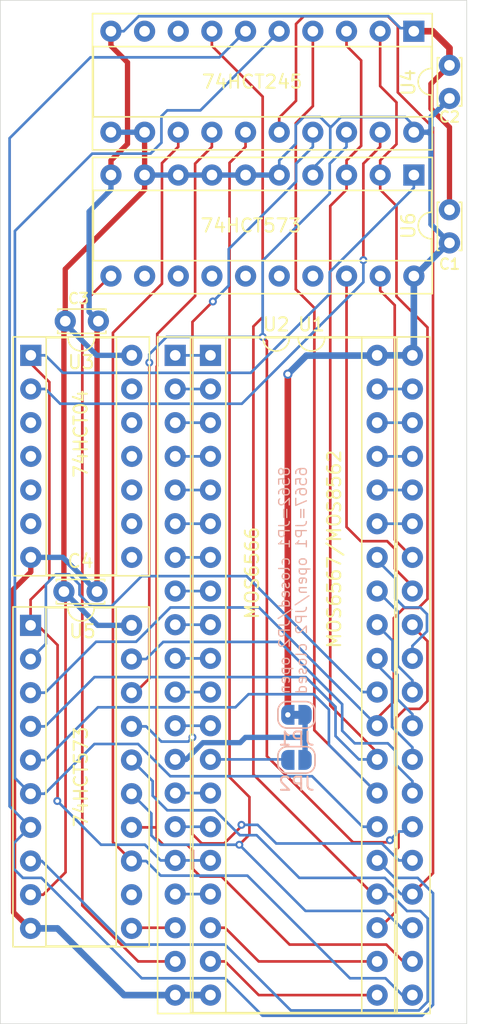
<source format=kicad_pcb>
(kicad_pcb (version 20240108) (generator "pcbnew") (generator_version "8.0")
  (layers (0 "F.Cu" signal) (31 "B.Cu" signal) (34 "B.Paste" user) (35 "F.Paste" user) (36 "B.SilkS" user "B.Silkscreen") (37 "F.SilkS" user "F.Silkscreen") (38 "B.Mask" user) (39 "F.Mask" user) (44 "Edge.Cuts" user))
  (net 0 "")
  (net 1 "/GND")
  (net 2 "/PwR5V")
  (net 3 "Net-(JP1-B)")
  (net 4 "/Power12V")
  (net 5 "/D8")
  (net 6 "Net-(U1-PHI0)")
  (net 7 "/A10")
  (net 8 "Net-(U1-Sync)")
  (net 9 "Net-(U1-A13)")
  (net 10 "/D5")
  (net 11 "Net-(U1-A2)")
  (net 12 "Net-(U1-COLCLK)")
  (net 13 "/D9")
  (net 14 "/A9")
  (net 15 "/D11")
  (net 16 "/D0")
  (net 17 "Net-(U1-BA)")
  (net 18 "Net-(U1-AEC)")
  (net 19 "/D7")
  (net 20 "Net-(U1-Color)")
  (net 21 "Net-(U1-IRQ)")
  (net 22 "Net-(U1-A1)")
  (net 23 "Net-(U1-LP)")
  (net 24 "/A11")
  (net 25 "Net-(U1-A0)")
  (net 26 "Net-(U1-DOTCLK)")
  (net 27 "/D2")
  (net 28 "Net-(U1-A5)")
  (net 29 "Net-(U1-A12)")
  (net 30 "Net-(U1-A6)")
  (net 31 "Net-(U1-A3)")
  (net 32 "Net-(U1-R{slash}~{W})")
  (net 33 "Net-(U1-A4)")
  (net 34 "/A7")
  (net 35 "/A8")
  (net 36 "/D1")
  (net 37 "/D10")
  (net 38 "/D3")
  (net 39 "Net-(U1-~{CS})")
  (net 40 "/D6")
  (net 41 "/D4")
  (net 42 "Net-(U2-A6)")
  (net 43 "Net-(U2-A2{slash}A10)")
  (net 44 "Net-(U2-CAS)")
  (net 45 "Net-(U2-A1{slash}A9)")
  (net 46 "Net-(U2-A0{slash}A8)")
  (net 47 "Net-(U2-RAS)")
  (net 48 "Net-(U2-A3{slash}A11)")
  (net 49 "Net-(U2-A5{slash}A13)")
  (net 50 "Net-(U2-A4{slash}A12)")
  (net 51 "Net-(U4-CE)")
  (footprint "Custom_Caps:C_Disc_D3.4mm_W2.1mm_P2.50mm" (layer "F.Cu") (at 107.7 52.3)
    (property "Reference" "C3")
    (property "Value" "C_Small")
  )
  (footprint "Custom_Caps:C_Disc_D3.4mm_W2.1mm_P2.50mm" (layer "F.Cu") (at 136.7 46.4 90)
    (property "Reference" "C1")
    (property "Value" "C_Small")
  )
  (footprint "Custom_Caps:C_Disc_D3.4mm_W2.1mm_P2.50mm" (layer "F.Cu") (at 136.7 35.5 90)
    (property "Reference" "C2")
    (property "Value" "C_Small")
  )
  (footprint "Package_DIP:DIP-14_W7.62mm_Socket" (layer "F.Cu") (at 105.1 54.88)
    (property "Reference" "U3")
    (property "Value" "74HCT04")
  )
  (footprint "Package_DIP:DIP-40_W15.24mm_Socket" (layer "F.Cu") (at 116 54.882)
    (property "Reference" "U2")
    (property "Value" "MOS6567/MOS8562")
  )
  (footprint "Package_DIP:DIP-20_W7.62mm_Socket" (layer "F.Cu") (at 134.0115 41.28 -90)
    (property "Reference" "U6")
    (property "Value" "74HCT573")
  )
  (footprint "Package_DIP:DIP-20_W7.62mm_Socket" (layer "F.Cu") (at 105.084 75.25)
    (property "Reference" "U5")
    (property "Value" "74HCT573")
  )
  (footprint "Package_DIP:DIP-40_W15.24mm_Socket" (layer "F.Cu") (at 118.66 54.882)
    (property "Reference" "U1")
    (property "Value" "MOS6566")
  )
  (footprint "Custom_Caps:C_Disc_D3.4mm_W2.1mm_P2.50mm" (layer "F.Cu") (at 107.6 72.7)
    (property "Reference" "C4")
    (property "Value" "C_Small")
  )
  (footprint "Package_DIP:DIP-20_W7.62mm_Socket" (layer "F.Cu") (at 134.0075 30.43 -90)
    (property "Reference" "U4")
    (property "Value" "74HCT245")
  )
  (footprint "Jumper:SolderJumper-2_P1.3mm_Open_RoundedPad1.0x1.5mm" (layer "B.Cu") (at 125.15 85.4)
    (property "Reference" "JP2")
    (property "Value" "Jumper_2_Open")
  )
  (footprint "Jumper:SolderJumper-2_P1.3mm_Bridged_RoundedPad1.0x1.5mm" (layer "B.Cu") (at 125.15 82)
    (property "Reference" "JP1")
    (property "Value" "Jumper_2_Bridged")
  )
  (gr_line (start 138 28.1) (end 102.8 28.1) (stroke (width 0.05)) (layer "Edge.Cuts"))
  (gr_line (start 138 105.3) (end 138 28.1) (stroke (width 0.05)) (layer "Edge.Cuts"))
  (gr_line (start 102.8 28.1) (end 102.8 105.3) (stroke (width 0.05)) (layer "Edge.Cuts"))
  (gr_line (start 102.8 105.3) (end 138 105.3) (stroke (width 0.05)) (layer "Edge.Cuts"))
  (gr_text "8562=JP1 closed/JP2 open\n6567=JP1 open/JP2 closed" (at 126 63.2 90) (layer "B.SilkS") (effects (font (size 0.8 0.8) (thickness 0.1)) (justify left bottom mirror)))
  (segment (start 135.3 34.4) (end 135.3 36.27225) (width 0.4) (layer "F.Cu") (net 1))
  (segment (start 105.01 98.11) (end 103.8 96.9) (width 0.4) (layer "F.Cu") (net 1))
  (segment (start 105.084 98.11) (end 105.01 98.11) (width 0.4) (layer "F.Cu") (net 1))
  (segment (start 136.7 37.67225) (end 136.7 43.9) (width 0.4) (layer "F.Cu") (net 1))
  (segment (start 134.0075 30.43) (end 135.43 30.43) (width 0.5) (layer "F.Cu") (net 1))
  (segment (start 110.1 52.4) (end 110.2 52.3) (width 0.2) (layer "F.Cu") (net 1))
  (segment (start 103.8 96.9) (end 103.8 72.5217) (width 0.4) (layer "F.Cu") (net 1))
  (segment (start 135.43 30.43) (end 136.7 31.7) (width 0.5) (layer "F.Cu") (net 1))
  (segment (start 136.7 31.7) (end 136.7 33) (width 0.5) (layer "F.Cu") (net 1))
  (segment (start 103.8 72.5217) (end 105.1 71.2217) (width 0.4) (layer "F.Cu") (net 1))
  (segment (start 111.1515 40.1783) (end 111.1515 41.28) (width 0.4) (layer "F.Cu") (net 1))
  (segment (start 105.1 71.2217) (end 105.1 70.12) (width 0.4) (layer "F.Cu") (net 1))
  (segment (start 112.4 32.7842) (end 112.4 38.9298) (width 0.4) (layer "F.Cu") (net 1))
  (segment (start 112.4 38.9298) (end 111.1515 40.1783) (width 0.4) (layer "F.Cu") (net 1))
  (segment (start 111.1475 30.43) (end 111.1475 31.5317) (width 0.4) (layer "F.Cu") (net 1))
  (segment (start 110.1 72.7) (end 110.1 52.4) (width 0.4) (layer "F.Cu") (net 1))
  (segment (start 136.7 33) (end 135.3 34.4) (width 0.4) (layer "F.Cu") (net 1))
  (segment (start 135.3 36.27225) (end 136.7 37.67225) (width 0.4) (layer "F.Cu") (net 1))
  (segment (start 111.1475 31.5317) (end 112.4 32.7842) (width 0.4) (layer "F.Cu") (net 1))
  (segment (start 132.1 29.3) (end 133 30.2) (width 0.2) (layer "B.Cu") (net 1))
  (segment (start 112.142 103.142) (end 116 103.142) (width 0.5) (layer "B.Cu") (net 1))
  (segment (start 133.7775 30.2) (end 134.0075 30.43) (width 0.2) (layer "B.Cu") (net 1))
  (segment (start 105.084 98.11) (end 107.11 98.11) (width 0.5) (layer "B.Cu") (net 1))
  (segment (start 107.11 98.11) (end 112.142 103.142) (width 0.5) (layer "B.Cu") (net 1))
  (segment (start 113.2415 29.3) (end 132.1 29.3) (width 0.2) (layer "B.Cu") (net 1))
  (segment (start 110.2 52.3) (end 109.5 51.6) (width 0.4) (layer "B.Cu") (net 1))
  (segment (start 107.52 70.12) (end 105.1 70.12) (width 0.4) (layer "B.Cu") (net 1))
  (segment (start 118.66 103.142) (end 116 103.142) (width 0.5) (layer "B.Cu") (net 1))
  (segment (start 110.1 72.7) (end 107.52 70.12) (width 0.4) (layer "B.Cu") (net 1))
  (segment (start 111.1515 42.3817) (end 111.1515 41.28) (width 0.4) (layer "B.Cu") (net 1))
  (segment (start 109.5 44.0332) (end 111.1515 42.3817) (width 0.4) (layer "B.Cu") (net 1))
  (segment (start 111.1475 30.43) (end 112.1115 30.43) (width 0.2) (layer "B.Cu") (net 1))
  (segment (start 133 30.2) (end 133.7775 30.2) (width 0.2) (layer "B.Cu") (net 1))
  (segment (start 109.5 51.6) (end 109.5 44.0332) (width 0.4) (layer "B.Cu") (net 1))
  (segment (start 112.1115 30.43) (end 113.2415 29.3) (width 0.2) (layer "B.Cu") (net 1))
  (segment (start 107.7235 93.8765) (end 107.7235 72.8235) (width 0.2) (layer "F.Cu") (net 2))
  (segment (start 107.7 48.3732) (end 107.7 52.3) (width 0.4) (layer "F.Cu") (net 2))
  (segment (start 124.5 82) (end 124.5 56.3) (width 0.5) (layer "F.Cu") (net 2))
  (segment (start 113.6915 39.1557) (end 113.6915 41.28) (width 0.4) (layer "F.Cu") (net 2))
  (segment (start 113.6915 42.3817) (end 107.7 48.3732) (width 0.4) (layer "F.Cu") (net 2))
  (segment (start 107.7235 72.8235) (end 107.6 72.7) (width 0.2) (layer "F.Cu") (net 2))
  (segment (start 107.7 52.3) (end 107.6 52.4) (width 0.2) (layer "F.Cu") (net 2))
  (segment (start 113.6875 38.05) (end 113.6875 39.1517) (width 0.4) (layer "F.Cu") (net 2))
  (segment (start 113.6875 39.1517) (end 113.6915 39.1557) (width 0.4) (layer "F.Cu") (net 2))
  (segment (start 113.6915 41.28) (end 113.6915 42.3817) (width 0.4) (layer "F.Cu") (net 2))
  (segment (start 105.084 95.57) (end 106.03 95.57) (width 0.2) (layer "F.Cu") (net 2))
  (segment (start 106.03 95.57) (end 107.7235 93.8765) (width 0.2) (layer "F.Cu") (net 2))
  (segment (start 107.6 52.4) (end 107.6 72.7) (width 0.4) (layer "F.Cu") (net 2))
  (via (at 124.5 56.3) (size 0.7) (drill 0.4) (layers "F.Cu" "B.Cu") (net 2))
  (via (at 124.5 82) (size 0.7) (drill 0.4) (layers "F.Cu" "B.Cu") (net 2))
  (segment (start 107.7 52.5) (end 110.08 54.88) (width 0.4) (layer "B.Cu") (net 2))
  (segment (start 135.3 37.8592) (end 135.3 36.9) (width 0.4) (layer "B.Cu") (net 2))
  (segment (start 118.7715 41.28) (end 121.3115 41.28) (width 0.4) (layer "B.Cu") (net 2))
  (segment (start 121.3115 41.28) (end 122.4132 41.28) (width 0.4) (layer "B.Cu") (net 2))
  (segment (start 127.7991 37.6143) (end 127.7 37.7134) (width 0.2) (layer "B.Cu") (net 2))
  (segment (start 110.08 54.88) (end 112.72 54.88) (width 0.4) (layer "B.Cu") (net 2))
  (segment (start 134.0075 38.05) (end 134.509 38.05) (width 0.2) (layer "B.Cu") (net 2))
  (segment (start 125.1 38.9298) (end 123.8515 40.1783) (width 0.2) (layer "B.Cu") (net 2))
  (segment (start 135.0104 38.05) (end 135.1092 38.05) (width 0.2) (layer "B.Cu") (net 2))
  (segment (start 127.6567 37.6143) (end 126.9437 36.9013) (width 0.2) (layer "B.Cu") (net 2))
  (segment (start 135.1092 38.05) (end 135.3001 38.2409) (width 0.4) (layer "B.Cu") (net 2))
  (segment (start 126.3915 40.7736) (end 126.3915 41.28) (width 0.2) (layer "B.Cu") (net 2))
  (segment (start 127.7991 37.6143) (end 127.6567 37.6143) (width 0.2) (layer "B.Cu") (net 2))
  (segment (start 125.9 54.9) (end 131.222 54.9) (width 0.5) (layer "B.Cu") (net 2))
  (segment (start 135.3001 38.2409) (end 135.3001 45.0002) (width 0.4) (layer "B.Cu") (net 2))
  (segment (start 123.8515 40.1783) (end 123.8515 41.28) (width 0.2) (layer "B.Cu") (net 2))
  (segment (start 134.0115 54.7705) (end 134.0115 48.9) (width 0.5) (layer "B.Cu") (net 2))
  (segment (start 123.8515 41.28) (end 122.4132 41.28) (width 0.4) (layer "B.Cu") (net 2))
  (segment (start 125.6987 36.9013) (end 125.1 37.5) (width 0.2) (layer "B.Cu") (net 2))
  (segment (start 127.7 39.4651) (end 126.3915 40.7736) (width 0.2) (layer "B.Cu") (net 2))
  (segment (start 133.9 54.882) (end 134.0115 54.7705) (width 0.2) (layer "B.Cu") (net 2))
  (segment (start 136.6 46.4) (end 136.7 46.4) (width 0.5) (layer "B.Cu") (net 2))
  (segment (start 134.509 38.05) (end 135.0104 38.05) (width 0.4) (layer "B.Cu") (net 2))
  (segment (start 116.2315 41.28) (end 113.6915 41.28) (width 0.4) (layer "B.Cu") (net 2))
  (segment (start 133.9 54.882) (end 133.9 55.4328) (width 0.2) (layer "B.Cu") (net 2))
  (segment (start 133.3611 36.9021) (end 128.5113 36.9021) (width 0.2) (layer "B.Cu") (net 2))
  (segment (start 135.3 36.9) (end 136.7 35.5) (width 0.4) (layer "B.Cu") (net 2))
  (segment (start 126.9437 36.9013) (end 125.6987 36.9013) (width 0.2) (layer "B.Cu") (net 2))
  (segment (start 134.0115 48.9) (end 134.1 48.9) (width 0.5) (layer "B.Cu") (net 2))
  (segment (start 135.3001 45.0002) (end 135.3002 45.0002) (width 0.4) (layer "B.Cu") (net 2))
  (segment (start 131.24 54.882) (end 133.9 54.882) (width 0.5) (layer "B.Cu") (net 2))
  (segment (start 110.15 75.25) (end 112.704 75.25) (width 0.4) (layer "B.Cu") (net 2))
  (segment (start 107.7 52.3) (end 107.7 52.5) (width 0.4) (layer "B.Cu") (net 2))
  (segment (start 131.222 54.9) (end 131.24 54.882) (width 0.5) (layer "B.Cu") (net 2))
  (segment (start 128.5113 36.9021) (end 127.7991 37.6143) (width 0.2) (layer "B.Cu") (net 2))
  (segment (start 116.2315 41.28) (end 118.7715 41.28) (width 0.4) (layer "B.Cu") (net 2))
  (segment (start 107.6 72.7) (end 110.15 75.25) (width 0.4) (layer "B.Cu") (net 2))
  (segment (start 127.7 37.7134) (end 127.7 39.4651) (width 0.2) (layer "B.Cu") (net 2))
  (segment (start 135.3002 45.0002) (end 136.7 46.4) (width 0.4) (layer "B.Cu") (net 2))
  (segment (start 124.5 56.3) (end 125.9 54.9) (width 0.5) (layer "B.Cu") (net 2))
  (segment (start 134.509 38.05) (end 133.3611 36.9021) (width 0.2) (layer "B.Cu") (net 2))
  (segment (start 134.1 48.9) (end 136.6 46.4) (width 0.5) (layer "B.Cu") (net 2))
  (segment (start 135.1092 38.05) (end 135.3 37.8592) (width 0.4) (layer "B.Cu") (net 2))
  (segment (start 113.6875 38.05) (end 111.1475 38.05) (width 0.4) (layer "B.Cu") (net 2))
  (segment (start 133.9 54.9) (end 133.9 54.882) (width 0.2) (layer "B.Cu") (net 2))
  (segment (start 125.1 37.5) (end 125.1 38.9298) (width 0.2) (layer "B.Cu") (net 2))
  (segment (start 125.8 83.7) (end 121.3 83.7) (width 0.4) (layer "B.Cu") (net 3))
  (segment (start 125.7985 85.3985) (end 125.8 85.4) (width 0.2) (layer "B.Cu") (net 3))
  (segment (start 116.828925 85.362) (end 116 85.362) (width 0.4) (layer "B.Cu") (net 3))
  (segment (start 120.9 84.1) (end 118.090925 84.1) (width 0.4) (layer "B.Cu") (net 3))
  (segment (start 125.8 82) (end 125.8 85.4) (width 0.4) (layer "B.Cu") (net 3))
  (segment (start 118.090925 84.1) (end 116.828925 85.362) (width 0.4) (layer "B.Cu") (net 3))
  (segment (start 121.3 83.7) (end 120.9 84.1) (width 0.4) (layer "B.Cu") (net 3))
  (segment (start 124.462 85.362) (end 119.7617 85.362) (width 0.2) (layer "B.Cu") (net 4))
  (segment (start 124.5 85.4) (end 124.462 85.362) (width 0.2) (layer "B.Cu") (net 4))
  (segment (start 118.66 85.362) (end 119.7617 85.362) (width 0.2) (layer "B.Cu") (net 4))
  (segment (start 133.9 59.962) (end 131.24 59.962) (width 0.2) (layer "B.Cu") (net 5))
  (segment (start 118.66 95.522) (end 116 95.522) (width 0.2) (layer "B.Cu") (net 6))
  (segment (start 131.4 70.282) (end 131.4 70.5) (width 0.2) (layer "B.Cu") (net 7))
  (segment (start 132.6 71.7) (end 132.6 73.2) (width 0.2) (layer "B.Cu") (net 7))
  (segment (start 132.6 73.2) (end 133.3 73.9) (width 0.2) (layer "B.Cu") (net 7))
  (segment (start 135.0017 74.4017) (end 135.0017 75.6983) (width 0.2) (layer "B.Cu") (net 7))
  (segment (start 135.0017 75.6983) (end 133.9 76.8) (width 0.2) (layer "B.Cu") (net 7))
  (segment (start 131.24 70.122) (end 131.4 70.282) (width 0.2) (layer "B.Cu") (net 7))
  (segment (start 131.4 70.5) (end 132.6 71.7) (width 0.2) (layer "B.Cu") (net 7))
  (segment (start 134.5 73.9) (end 135.0017 74.4017) (width 0.2) (layer "B.Cu") (net 7))
  (segment (start 133.9 76.8) (end 133.9 77.742) (width 0.2) (layer "B.Cu") (net 7))
  (segment (start 133.3 73.9) (end 134.5 73.9) (width 0.2) (layer "B.Cu") (net 7))
  (segment (start 118.66 90.442) (end 116 90.442) (width 0.2) (layer "B.Cu") (net 8))
  (segment (start 132.5671 51.0973) (end 132.5671 68.7891) (width 0.2) (layer "F.Cu") (net 9))
  (segment (start 131.4715 50.0017) (end 132.5671 51.0973) (width 0.2) (layer "F.Cu") (net 9))
  (segment (start 131.4715 48.9) (end 131.4715 50.0017) (width 0.2) (layer "F.Cu") (net 9))
  (segment (start 132.5671 68.7891) (end 133.9 70.122) (width 0.2) (layer "F.Cu") (net 9))
  (segment (start 118.66 57.422) (end 116 57.422) (width 0.2) (layer "B.Cu") (net 10))
  (segment (start 120.1 86.7) (end 120.1 40.3592) (width 0.2) (layer "F.Cu") (net 11))
  (segment (start 120.1 40.3592) (end 121.3075 39.1517) (width 0.2) (layer "F.Cu") (net 11))
  (segment (start 121.6 91.0385) (end 121.6 88.2) (width 0.2) (layer "F.Cu") (net 11))
  (segment (start 121.6 88.2) (end 120.1 86.7) (width 0.2) (layer "F.Cu") (net 11))
  (segment (start 120.8385 91.8) (end 121.6 91.0385) (width 0.2) (layer "F.Cu") (net 11))
  (segment (start 121.3075 39.1517) (end 121.3075 38.05) (width 0.2) (layer "F.Cu") (net 11))
  (via (at 120.8385 91.8) (size 0.6) (drill 0.3) (layers "F.Cu" "B.Cu") (net 11))
  (segment (start 114.9 91.8) (end 114.2 91.1) (width 0.2) (layer "B.Cu") (net 11))
  (segment (start 120.8385 91.8) (end 114.9 91.8) (width 0.2) (layer "B.Cu") (net 11))
  (segment (start 114.2 91.1) (end 114.2 89.446) (width 0.2) (layer "B.Cu") (net 11))
  (segment (start 120.8385 91.8) (end 125.8305 96.792) (width 0.2) (layer "B.Cu") (net 11))
  (segment (start 125.8305 96.792) (end 131.792 96.792) (width 0.2) (layer "B.Cu") (net 11))
  (segment (start 114.2 89.446) (end 112.704 87.95) (width 0.2) (layer "B.Cu") (net 11))
  (segment (start 131.792 96.792) (end 133.062 98.062) (width 0.2) (layer "B.Cu") (net 11))
  (segment (start 133.062 98.062) (end 133.9 98.062) (width 0.2) (layer "B.Cu") (net 11))
  (segment (start 122.3017 103.142) (end 131.24 103.142) (width 0.2) (layer "F.Cu") (net 12))
  (segment (start 119.7617 100.602) (end 122.3017 103.142) (width 0.2) (layer "F.Cu") (net 12))
  (segment (start 118.66 100.602) (end 119.7617 100.602) (width 0.2) (layer "F.Cu") (net 12))
  (segment (start 133.9 62.502) (end 131.24 62.502) (width 0.2) (layer "B.Cu") (net 13))
  (segment (start 132.7983 78.2983) (end 132.7983 74.1983) (width 0.2) (layer "B.Cu") (net 14))
  (segment (start 132.7983 74.1983) (end 131.262 72.662) (width 0.2) (layer "B.Cu") (net 14))
  (segment (start 133.9 80.282) (end 133.9 79.4) (width 0.2) (layer "B.Cu") (net 14))
  (segment (start 133.9 79.4) (end 132.7983 78.2983) (width 0.2) (layer "B.Cu") (net 14))
  (segment (start 131.262 72.662) (end 131.24 72.662) (width 0.2) (layer "B.Cu") (net 14))
  (segment (start 133.9 67.582) (end 131.24 67.582) (width 0.2) (layer "B.Cu") (net 15))
  (segment (start 118.66 70.122) (end 116 70.122) (width 0.2) (layer "B.Cu") (net 16))
  (segment (start 118.66 82.822) (end 116 82.822) (width 0.2) (layer "B.Cu") (net 17))
  (segment (start 107.1218 88.4782) (end 107.1218 76.7369) (width 0.2) (layer "F.Cu") (net 18))
  (segment (start 106.5 71.9) (end 106.5 56.9) (width 0.2) (layer "F.Cu") (net 18))
  (segment (start 107.1 88.5) (end 107.1218 88.4782) (width 0.2) (layer "F.Cu") (net 18))
  (segment (start 105.084 74.6991) (end 105.084 73.316) (width 0.2) (layer "F.Cu") (net 18))
  (segment (start 105.084 75.25) (end 105.084 74.6991) (width 0.2) (layer "F.Cu") (net 18))
  (segment (start 107.1218 76.7369) (end 105.084 74.6991) (width 0.2) (layer "F.Cu") (net 18))
  (segment (start 105.1 55.5) (end 105.1 54.88) (width 0.2) (layer "F.Cu") (net 18))
  (segment (start 106.5 56.9) (end 105.1 55.5) (width 0.2) (layer "F.Cu") (net 18))
  (segment (start 105.084 73.316) (end 106.5 71.9) (width 0.2) (layer "F.Cu") (net 18))
  (via (at 107.1 88.5) (size 0.6) (drill 0.3) (layers "F.Cu" "B.Cu") (net 18))
  (segment (start 134.0115 42.244) (end 127.6615 48.594) (width 0.2) (layer "B.Cu") (net 18))
  (segment (start 114.8983 92.982) (end 116 92.982) (width 0.2) (layer "B.Cu") (net 18))
  (segment (start 127.6615 50.2385) (end 121.7 56.2) (width 0.2) (layer "B.Cu") (net 18))
  (segment (start 113.7163 91.8) (end 114.8983 92.982) (width 0.2) (layer "B.Cu") (net 18))
  (segment (start 134.0115 41.28) (end 134.0115 42.244) (width 0.2) (layer "B.Cu") (net 18))
  (segment (start 107.5217 56.2) (end 106.2017 54.88) (width 0.2) (layer "B.Cu") (net 18))
  (segment (start 127.6615 48.594) (end 127.6615 50.2385) (width 0.2) (layer "B.Cu") (net 18))
  (segment (start 121.7 56.2) (end 107.5217 56.2) (width 0.2) (layer "B.Cu") (net 18))
  (segment (start 110.4 91.8) (end 113.7163 91.8) (width 0.2) (layer "B.Cu") (net 18))
  (segment (start 118.66 92.982) (end 116 92.982) (width 0.2) (layer "B.Cu") (net 18))
  (segment (start 106.2017 54.88) (end 105.1 54.88) (width 0.2) (layer "B.Cu") (net 18))
  (segment (start 107.1 88.5) (end 110.4 91.8) (width 0.2) (layer "B.Cu") (net 18))
  (segment (start 133.9 57.422) (end 131.24 57.422) (width 0.2) (layer "B.Cu") (net 19))
  (segment (start 118.66 87.902) (end 116 87.902) (width 0.2) (layer "B.Cu") (net 20))
  (segment (start 118.66 72.662) (end 116 72.662) (width 0.2) (layer "B.Cu") (net 21))
  (segment (start 114.6434 53.2626) (end 117.5015 50.4045) (width 0.2) (layer "F.Cu") (net 22))
  (segment (start 117.5015 40.4177) (end 118.7675 39.1517) (width 0.2) (layer "F.Cu") (net 22))
  (segment (start 131.932 99.332) (end 124.632 99.332) (width 0.2) (layer "F.Cu") (net 22))
  (segment (start 133.9 100.602) (end 133.202 100.602) (width 0.2) (layer "F.Cu") (net 22))
  (segment (start 118.7675 39.1517) (end 118.7675 38.05) (width 0.2) (layer "F.Cu") (net 22))
  (segment (start 124.632 99.332) (end 119.5 94.2) (width 0.2) (layer "F.Cu") (net 22))
  (segment (start 117.33 93.63) (end 117.33 92.23) (width 0.2) (layer "F.Cu") (net 22))
  (segment (start 114.6 91.3) (end 114.6 55.719229) (width 0.2) (layer "F.Cu") (net 22))
  (segment (start 112.704 90.49) (end 114.5 90.49) (width 0.2) (layer "F.Cu") (net 22))
  (segment (start 119.5 94.2) (end 117.9 94.2) (width 0.2) (layer "F.Cu") (net 22))
  (segment (start 117.5015 50.4045) (end 117.5015 40.4177) (width 0.2) (layer "F.Cu") (net 22))
  (segment (start 116.9 91.8) (end 115.1 91.8) (width 0.2) (layer "F.Cu") (net 22))
  (segment (start 117.33 92.23) (end 116.9 91.8) (width 0.2) (layer "F.Cu") (net 22))
  (segment (start 133.202 100.602) (end 131.932 99.332) (width 0.2) (layer "F.Cu") (net 22))
  (segment (start 114.6434 55.675829) (end 114.6434 53.2626) (width 0.2) (layer "F.Cu") (net 22))
  (segment (start 114.6 55.719229) (end 114.6434 55.675829) (width 0.2) (layer "F.Cu") (net 22))
  (segment (start 117.9 94.2) (end 117.33 93.63) (width 0.2) (layer "F.Cu") (net 22))
  (segment (start 115.1 91.8) (end 114.6 91.3) (width 0.2) (layer "F.Cu") (net 22))
  (segment (start 118.66 75.202) (end 116 75.202) (width 0.2) (layer "B.Cu") (net 23))
  (segment (start 131.24 98.062) (end 131.438 98.062) (width 0.2) (layer "F.Cu") (net 24))
  (segment (start 131.438 98.062) (end 132.6 96.9) (width 0.2) (layer "F.Cu") (net 24))
  (segment (start 135.0374 80.9626) (end 135.0374 76.4374) (width 0.2) (layer "F.Cu") (net 24))
  (segment (start 132.6 96.9) (end 132.6 92.2434) (width 0.2) (layer "F.Cu") (net 24))
  (segment (start 134.448 81.552) (end 135.0374 80.9626) (width 0.2) (layer "F.Cu") (net 24))
  (segment (start 132.8508 90.951) (end 132.6 90.7002) (width 0.2) (layer "F.Cu") (net 24))
  (segment (start 135.0374 76.4374) (end 133.9 75.3) (width 0.2) (layer "F.Cu") (net 24))
  (segment (start 132.6 90.7002) (end 132.6 82.3) (width 0.2) (layer "F.Cu") (net 24))
  (segment (start 132.6 92.2434) (end 132.8508 91.9926) (width 0.2) (layer "F.Cu") (net 24))
  (segment (start 132.8508 91.9926) (end 132.8508 90.951) (width 0.2) (layer "F.Cu") (net 24))
  (segment (start 133.348 81.552) (end 134.448 81.552) (width 0.2) (layer "F.Cu") (net 24))
  (segment (start 132.6 82.3) (end 133.348 81.552) (width 0.2) (layer "F.Cu") (net 24))
  (segment (start 133.9 75.3) (end 133.9 75.202) (width 0.2) (layer "F.Cu") (net 24))
  (segment (start 116.2275 38.05) (end 116.2275 39.1517) (width 0.2) (layer "F.Cu") (net 25))
  (segment (start 111.3 53.1782) (end 111.3 91.6) (width 0.2) (layer "F.Cu") (net 25))
  (segment (start 111.3 91.6) (end 112.704 93.004) (width 0.2) (layer "F.Cu") (net 25))
  (segment (start 116.2275 39.1517) (end 115 40.3792) (width 0.2) (layer "F.Cu") (net 25))
  (segment (start 115 40.3792) (end 115 49.4782) (width 0.2) (layer "F.Cu") (net 25))
  (segment (start 115 49.4782) (end 111.3 53.1782) (width 0.2) (layer "F.Cu") (net 25))
  (segment (start 112.704 93.004) (end 112.704 93.03) (width 0.2) (layer "F.Cu") (net 25))
  (segment (start 133.142 103.142) (end 133.9 103.142) (width 0.2) (layer "B.Cu") (net 25))
  (segment (start 112.704 93.03) (end 113.8057 93.03) (width 0.2) (layer "B.Cu") (net 25))
  (segment (start 113.8057 93.03) (end 114.9074 94.1317) (width 0.2) (layer "B.Cu") (net 25))
  (segment (start 129.186 101.872) (end 131.872 101.872) (width 0.2) (layer "B.Cu") (net 25))
  (segment (start 121.4457 94.1317) (end 129.186 101.872) (width 0.2) (layer "B.Cu") (net 25))
  (segment (start 131.872 101.872) (end 133.142 103.142) (width 0.2) (layer "B.Cu") (net 25))
  (segment (start 114.9074 94.1317) (end 121.4457 94.1317) (width 0.2) (layer "B.Cu") (net 25))
  (segment (start 118.66 98.062) (end 119.7617 98.062) (width 0.2) (layer "F.Cu") (net 26))
  (segment (start 122.3017 100.602) (end 131.24 100.602) (width 0.2) (layer "F.Cu") (net 26))
  (segment (start 119.7617 98.062) (end 122.3017 100.602) (width 0.2) (layer "F.Cu") (net 26))
  (segment (start 118.66 65.042) (end 116 65.042) (width 0.2) (layer "B.Cu") (net 27))
  (segment (start 122.6 53.4922) (end 122.9173 53.8095) (width 0.2) (layer "F.Cu") (net 28))
  (segment (start 112.704 80.33) (end 112.97 80.33) (width 0.2) (layer "F.Cu") (net 28))
  (segment (start 132.0493 91.615) (end 132.203 91.4613) (width 0.2) (layer "F.Cu") (net 28))
  (segment (start 112.97 80.33) (end 114.0434 79.2566) (width 0.2) (layer "F.Cu") (net 28))
  (segment (start 114.0434 79.2566) (end 114.0434 55.4273) (width 0.2) (layer "F.Cu") (net 28))
  (segment (start 129.415 91.615) (end 132.0493 91.615) (width 0.2) (layer "F.Cu") (net 28))
  (segment (start 122.9173 85.1173) (end 129.415 91.615) (width 0.2) (layer "F.Cu") (net 28))
  (segment (start 122.9173 53.8095) (end 122.9173 85.1173) (width 0.2) (layer "F.Cu") (net 28))
  (via (at 132.203 91.4613) (size 0.6) (drill 0.3) (layers "F.Cu" "B.Cu") (net 28))
  (via (at 114.0434 55.4273) (size 0.6) (drill 0.3) (layers "F.Cu" "B.Cu") (net 28))
  (via (at 122.6 53.4922) (size 0.6) (drill 0.3) (layers "F.Cu" "B.Cu") (net 28))
  (segment (start 133.542 90.8) (end 132.8643 90.8) (width 0.2) (layer "B.Cu") (net 28))
  (segment (start 127.6615 40.4177) (end 128.9275 39.1517) (width 0.2) (layer "B.Cu") (net 28))
  (segment (start 115.3506 53.4922) (end 114.0434 54.7994) (width 0.2) (layer "B.Cu") (net 28))
  (segment (start 122.6 53.4922) (end 122.6 47.7384) (width 0.2) (layer "B.Cu") (net 28))
  (segment (start 127.6615 42.6769) (end 127.6615 40.4177) (width 0.2) (layer "B.Cu") (net 28))
  (segment (start 122.6 53.4922) (end 115.3506 53.4922) (width 0.2) (layer "B.Cu") (net 28))
  (segment (start 122.6 47.7384) (end 127.6615 42.6769) (width 0.2) (layer "B.Cu") (net 28))
  (segment (start 133.9 90.442) (end 133.542 90.8) (width 0.2) (layer "B.Cu") (net 28))
  (segment (start 132.8643 90.8) (end 132.203 91.4613) (width 0.2) (layer "B.Cu") (net 28))
  (segment (start 114.0434 54.7994) (end 114.0434 55.4273) (width 0.2) (layer "B.Cu") (net 28))
  (segment (start 128.9275 39.1517) (end 128.9275 38.05) (width 0.2) (layer "B.Cu") (net 28))
  (segment (start 130 68.9) (end 132 68.9) (width 0.2) (layer "F.Cu") (net 29))
  (segment (start 128.9315 48.9) (end 128.9315 67.8315) (width 0.2) (layer "F.Cu") (net 29))
  (segment (start 132.57 69.47) (end 132.57 70.97) (width 0.2) (layer "F.Cu") (net 29))
  (segment (start 132 68.9) (end 132.57 69.47) (width 0.2) (layer "F.Cu") (net 29))
  (segment (start 133.9 72.3) (end 133.9 72.662) (width 0.2) (layer "F.Cu") (net 29))
  (segment (start 132.57 70.97) (end 133.9 72.3) (width 0.2) (layer "F.Cu") (net 29))
  (segment (start 128.9315 67.8315) (end 130 68.9) (width 0.2) (layer "F.Cu") (net 29))
  (segment (start 115.0957 76.5) (end 113.8057 77.79) (width 0.2) (layer "B.Cu") (net 30))
  (segment (start 133.9 87) (end 132.6 85.7) (width 0.2) (layer "B.Cu") (net 30))
  (segment (start 128.6 81.2) (end 123.9 76.5) (width 0.2) (layer "B.Cu") (net 30))
  (segment (start 129.5479 84.1479) (end 128.6 83.2) (width 0.2) (layer "B.Cu") (net 30))
  (segment (start 132.6 84.7) (end 132.0479 84.1479) (width 0.2) (layer "B.Cu") (net 30))
  (segment (start 133.9 87.902) (end 133.9 87) (width 0.2) (layer "B.Cu") (net 30))
  (segment (start 132.6 85.7) (end 132.6 84.7) (width 0.2) (layer "B.Cu") (net 30))
  (segment (start 123.9 76.5) (end 115.0957 76.5) (width 0.2) (layer "B.Cu") (net 30))
  (segment (start 132.0479 84.1479) (end 129.5479 84.1479) (width 0.2) (layer "B.Cu") (net 30))
  (segment (start 128.6 83.2) (end 128.6 81.2) (width 0.2) (layer "B.Cu") (net 30))
  (segment (start 113.8057 77.79) (end 112.704 77.79) (width 0.2) (layer "B.Cu") (net 30))
  (segment (start 132.8 30.04825) (end 132.05175 29.3) (width 0.2) (layer "F.Cu") (net 31))
  (segment (start 125.7 29.3) (end 125.1175 29.8825) (width 0.2) (layer "F.Cu") (net 31))
  (segment (start 133.9 95.5) (end 135.4555 93.9445) (width 0.2) (layer "F.Cu") (net 31))
  (segment (start 125.1175 29.8825) (end 125.1175 35.6783) (width 0.2) (layer "F.Cu") (net 31))
  (segment (start 132.05175 29.3) (end 125.7 29.3) (width 0.2) (layer "F.Cu") (net 31))
  (segment (start 125.1175 35.6783) (end 123.8475 36.9483) (width 0.2) (layer "F.Cu") (net 31))
  (segment (start 123.8475 36.9483) (end 123.8475 38.05) (width 0.2) (layer "F.Cu") (net 31))
  (segment (start 132.8 35.0425) (end 132.8 30.04825) (width 0.2) (layer "F.Cu") (net 31))
  (segment (start 135.4555 37.698) (end 132.8 35.0425) (width 0.2) (layer "F.Cu") (net 31))
  (segment (start 133.9 95.522) (end 133.9 95.5) (width 0.2) (layer "F.Cu") (net 31))
  (segment (start 135.4555 93.9445) (end 135.4555 37.698) (width 0.2) (layer "F.Cu") (net 31))
  (segment (start 125.3656 94.3) (end 131.8225 94.3) (width 0.2) (layer "B.Cu") (net 31))
  (segment (start 112.704 85.41) (end 114.3 87.006) (width 0.2) (layer "B.Cu") (net 31))
  (segment (start 131.8225 94.3) (end 133.0445 95.522) (width 0.2) (layer "B.Cu") (net 31))
  (segment (start 118.9972 89.2) (end 120.8768 91.0796) (width 0.2) (layer "B.Cu") (net 31))
  (segment (start 133.0445 95.522) (end 133.9 95.522) (width 0.2) (layer "B.Cu") (net 31))
  (segment (start 114.3 88.1) (end 115.4 89.2) (width 0.2) (layer "B.Cu") (net 31))
  (segment (start 122.1452 91.0796) (end 125.3656 94.3) (width 0.2) (layer "B.Cu") (net 31))
  (segment (start 115.4 89.2) (end 118.9972 89.2) (width 0.2) (layer "B.Cu") (net 31))
  (segment (start 114.3 87.006) (end 114.3 88.1) (width 0.2) (layer "B.Cu") (net 31))
  (segment (start 120.8768 91.0796) (end 122.1452 91.0796) (width 0.2) (layer "B.Cu") (net 31))
  (segment (start 118.66 80.282) (end 116 80.282) (width 0.2) (layer "B.Cu") (net 32))
  (segment (start 118 91.7) (end 117.3 91) (width 0.2) (layer "F.Cu") (net 33))
  (segment (start 117.3 83.7) (end 117.3 52.3607) (width 0.2) (layer "F.Cu") (net 33))
  (segment (start 117.3 91) (end 117.3 83.7) (width 0.2) (layer "F.Cu") (net 33))
  (segment (start 119.7 91.7) (end 118 91.7) (width 0.2) (layer "F.Cu") (net 33))
  (segment (start 121 90.3) (end 121 90.4) (width 0.2) (layer "F.Cu") (net 33))
  (segment (start 117.3 52.3607) (end 118.8423 50.8184) (width 0.2) (layer "F.Cu") (net 33))
  (segment (start 121 90.4) (end 119.7 91.7) (width 0.2) (layer "F.Cu") (net 33))
  (via (at 117.3 83.7) (size 0.6) (drill 0.3) (layers "F.Cu" "B.Cu") (net 33))
  (via (at 121 90.3) (size 0.6) (drill 0.3) (layers "F.Cu" "B.Cu") (net 33))
  (via (at 118.8423 50.8184) (size 0.6) (drill 0.3) (layers "F.Cu" "B.Cu") (net 33))
  (segment (start 132.882 92.982) (end 133.9 92.982) (width 0.2) (layer "B.Cu") (net 33))
  (segment (start 131.603 91.709829) (end 131.954471 92.0613) (width 0.2) (layer "B.Cu") (net 33))
  (segment (start 126.3875 39.1517) (end 126.3875 38.05) (width 0.2) (layer "B.Cu") (net 33))
  (segment (start 114.9557 84.02) (end 113.8057 82.87) (width 0.2) (layer "B.Cu") (net 33))
  (segment (start 131.9613 92.0613) (end 132.882 92.982) (width 0.2) (layer "B.Cu") (net 33))
  (segment (start 117.3 83.7) (end 116.98 84.02) (width 0.2) (layer "B.Cu") (net 33))
  (segment (start 125.1224 41.7776) (end 125.1224 40.4168) (width 0.2) (layer "B.Cu") (net 33))
  (segment (start 131.603 91.7048) (end 131.603 91.709829) (width 0.2) (layer "B.Cu") (net 33))
  (segment (start 123.6213 91.7048) (end 131.603 91.7048) (width 0.2) (layer "B.Cu") (net 33))
  (segment (start 125.1224 40.4168) (end 126.3875 39.1517) (width 0.2) (layer "B.Cu") (net 33))
  (segment (start 116.98 84.02) (end 114.9557 84.02) (width 0.2) (layer "B.Cu") (net 33))
  (segment (start 120.0415 49.6192) (end 120.0415 46.8585) (width 0.2) (layer "B.Cu") (net 33))
  (segment (start 118.8423 50.8184) (end 120.0415 49.6192) (width 0.2) (layer "B.Cu") (net 33))
  (segment (start 113.8057 82.87) (end 112.704 82.87) (width 0.2) (layer "B.Cu") (net 33))
  (segment (start 121 90.3) (end 122.2165 90.3) (width 0.2) (layer "B.Cu") (net 33))
  (segment (start 122.2165 90.3) (end 123.6213 91.7048) (width 0.2) (layer "B.Cu") (net 33))
  (segment (start 131.954471 92.0613) (end 131.9613 92.0613) (width 0.2) (layer "B.Cu") (net 33))
  (segment (start 120.0415 46.8585) (end 125.1224 41.7776) (width 0.2) (layer "B.Cu") (net 33))
  (segment (start 131.24 78.24) (end 131.24 77.742) (width 0.2) (layer "B.Cu") (net 34))
  (segment (start 132.362 82.911) (end 132.362 79.362) (width 0.2) (layer "B.Cu") (net 34))
  (segment (start 133.9 85.362) (end 133.9 84.449) (width 0.2) (layer "B.Cu") (net 34))
  (segment (start 132.362 79.362) (end 131.24 78.24) (width 0.2) (layer "B.Cu") (net 34))
  (segment (start 133.9 84.449) (end 132.362 82.911) (width 0.2) (layer "B.Cu") (net 34))
  (segment (start 132.7854 78.9819) (end 132.7854 80.834) (width 0.2) (layer "B.Cu") (net 35))
  (segment (start 133.9 81.9486) (end 133.9 82.822) (width 0.2) (layer "B.Cu") (net 35))
  (segment (start 132.3983 78.5948) (end 132.7854 78.9819) (width 0.2) (layer "B.Cu") (net 35))
  (segment (start 132.3983 76.3983) (end 132.3983 78.5948) (width 0.2) (layer "B.Cu") (net 35))
  (segment (start 132.7854 80.834) (end 133.9 81.9486) (width 0.2) (layer "B.Cu") (net 35))
  (segment (start 131.24 75.202) (end 131.24 75.24) (width 0.2) (layer "B.Cu") (net 35))
  (segment (start 131.24 75.24) (end 132.3983 76.3983) (width 0.2) (layer "B.Cu") (net 35))
  (segment (start 118.66 67.582) (end 116 67.582) (width 0.2) (layer "B.Cu") (net 36))
  (segment (start 133.9 65.042) (end 131.24 65.042) (width 0.2) (layer "B.Cu") (net 37))
  (segment (start 118.66 62.502) (end 116 62.502) (width 0.2) (layer "B.Cu") (net 38))
  (segment (start 118.66 77.742) (end 116 77.742) (width 0.2) (layer "B.Cu") (net 39))
  (segment (start 118.66 54.882) (end 116 54.882) (width 0.2) (layer "B.Cu") (net 40))
  (segment (start 118.66 59.962) (end 116 59.962) (width 0.2) (layer "B.Cu") (net 41))
  (segment (start 130.1383 80.282) (end 131.24 80.282) (width 0.2) (layer "B.Cu") (net 42))
  (segment (start 111.1886 73.811) (end 113.4637 71.5359) (width 0.2) (layer "B.Cu") (net 42))
  (segment (start 108.7759 72.9361) (end 109.6508 73.811) (width 0.2) (layer "B.Cu") (net 42))
  (segment (start 106.2383 72.1617) (end 107 71.4) (width 0.2) (layer "B.Cu") (net 42))
  (segment (start 106.2383 76.6357) (end 106.2383 72.1617) (width 0.2) (layer "B.Cu") (net 42))
  (segment (start 105.084 77.79) (end 106.2383 76.6357) (width 0.2) (layer "B.Cu") (net 42))
  (segment (start 108.7759 72.1759) (end 108.7759 72.9361) (width 0.2) (layer "B.Cu") (net 42))
  (segment (start 109.6508 73.811) (end 111.1886 73.811) (width 0.2) (layer "B.Cu") (net 42))
  (segment (start 121.3922 71.5359) (end 130.1383 80.282) (width 0.2) (layer "B.Cu") (net 42))
  (segment (start 113.4637 71.5359) (end 121.3922 71.5359) (width 0.2) (layer "B.Cu") (net 42))
  (segment (start 108 71.4) (end 108.7759 72.1759) (width 0.2) (layer "B.Cu") (net 42))
  (segment (start 107 71.4) (end 108 71.4) (width 0.2) (layer "B.Cu") (net 42))
  (segment (start 106.15 87.95) (end 109.9 84.2) (width 0.2) (layer "B.Cu") (net 43))
  (segment (start 109.733 39.667) (end 114.133 39.667) (width 0.2) (layer "B.Cu") (net 43))
  (segment (start 103.9 45.5) (end 109.733 39.667) (width 0.2) (layer "B.Cu") (net 43))
  (segment (start 109.9 84.2) (end 113.2 84.2) (width 0.2) (layer "B.Cu") (net 43))
  (segment (start 115.4 36.4) (end 117.9 36.4) (width 0.2) (layer "B.Cu") (net 43))
  (segment (start 113.2 84.2) (end 115.632 86.632) (width 0.2) (layer "B.Cu") (net 43))
  (segment (start 115.632 86.632) (end 126.3283 86.632) (width 0.2) (layer "B.Cu") (net 43))
  (segment (start 105.084 87.95) (end 103.9 86.766) (width 0.2) (layer "B.Cu") (net 43))
  (segment (start 117.9 36.4) (end 123.8475 30.4525) (width 0.2) (layer "B.Cu") (net 43))
  (segment (start 103.9 86.766) (end 103.9 45.5) (width 0.2) (layer "B.Cu") (net 43))
  (segment (start 130.1383 90.442) (end 131.24 90.442) (width 0.2) (layer "B.Cu") (net 43))
  (segment (start 126.3283 86.632) (end 130.1383 90.442) (width 0.2) (layer "B.Cu") (net 43))
  (segment (start 114.9575 38.8425) (end 114.9575 36.8425) (width 0.2) (layer "B.Cu") (net 43))
  (segment (start 105.084 87.95) (end 106.15 87.95) (width 0.2) (layer "B.Cu") (net 43))
  (segment (start 114.133 39.667) (end 114.9575 38.8425) (width 0.2) (layer "B.Cu") (net 43))
  (segment (start 114.9575 36.8425) (end 115.4 36.4) (width 0.2) (layer "B.Cu") (net 43))
  (segment (start 123.8475 30.4525) (end 123.8475 30.43) (width 0.2) (layer "B.Cu") (net 43))
  (segment (start 111.1 48.9) (end 108.9868 51.0132) (width 0.2) (layer "F.Cu") (net 44))
  (segment (start 113.202 100.602) (end 116 100.602) (width 0.2) (layer "F.Cu") (net 44))
  (segment (start 108.9868 51.0132) (end 108.9868 96.3868) (width 0.2) (layer "F.Cu") (net 44))
  (segment (start 111.1515 48.9) (end 111.1 48.9) (width 0.2) (layer "F.Cu") (net 44))
  (segment (start 108.9868 96.3868) (end 113.202 100.602) (width 0.2) (layer "F.Cu") (net 44))
  (segment (start 105.084 90.49) (end 105.01 90.49) (width 0.2) (layer "B.Cu") (net 45))
  (segment (start 122.5882 104.7) (end 134.6294 104.7) (width 0.2) (layer "B.Cu") (net 45))
  (segment (start 132.558 94.3) (end 131.24 92.982) (width 0.2) (layer "B.Cu") (net 45))
  (segment (start 105.01 90.49) (end 103.8 91.7) (width 0.2) (layer "B.Cu") (net 45))
  (segment (start 119.3375 32.4) (end 109.6 32.4) (width 0.2) (layer "B.Cu") (net 45))
  (segment (start 119.7602 101.872) (end 122.5882 104.7) (width 0.2) (layer "B.Cu") (net 45))
  (segment (start 103.8 93.6) (end 104.5 94.3) (width 0.2) (layer "B.Cu") (net 45))
  (segment (start 121.3075 30.43) (end 119.3375 32.4) (width 0.2) (layer "B.Cu") (net 45))
  (segment (start 134.6294 104.7) (end 135.4588 103.8706) (width 0.2) (layer "B.Cu") (net 45))
  (segment (start 135.4588 95.46) (end 134.2988 94.3) (width 0.2) (layer "B.Cu") (net 45))
  (segment (start 109.6 32.4) (end 103.5 38.5) (width 0.2) (layer "B.Cu") (net 45))
  (segment (start 104.5 94.3) (end 105.9 94.3) (width 0.2) (layer "B.Cu") (net 45))
  (segment (start 134.2988 94.3) (end 132.558 94.3) (width 0.2) (layer "B.Cu") (net 45))
  (segment (start 135.4588 103.8706) (end 135.4588 95.46) (width 0.2) (layer "B.Cu") (net 45))
  (segment (start 105.9 94.3) (end 113.472 101.872) (width 0.2) (layer "B.Cu") (net 45))
  (segment (start 103.5 88.9) (end 105.084 90.484) (width 0.2) (layer "B.Cu") (net 45))
  (segment (start 103.8 91.7) (end 103.8 93.6) (width 0.2) (layer "B.Cu") (net 45))
  (segment (start 113.472 101.872) (end 119.7602 101.872) (width 0.2) (layer "B.Cu") (net 45))
  (segment (start 103.5 38.5) (end 103.5 88.9) (width 0.2) (layer "B.Cu") (net 45))
  (segment (start 105.084 90.484) (end 105.084 90.49) (width 0.2) (layer "B.Cu") (net 45))
  (segment (start 121.9 86.5) (end 121.9 52.7) (width 0.2) (layer "F.Cu") (net 46))
  (segment (start 118.7675 31.5317) (end 118.7675 30.43) (width 0.2) (layer "F.Cu") (net 46))
  (segment (start 130.922 95.522) (end 121.9 86.5) (width 0.2) (layer "F.Cu") (net 46))
  (segment (start 122.6 52) (end 122.6 35.3642) (width 0.2) (layer "F.Cu") (net 46))
  (segment (start 131.24 95.522) (end 130.922 95.522) (width 0.2) (layer "F.Cu") (net 46))
  (segment (start 122.6 35.3642) (end 118.7675 31.5317) (width 0.2) (layer "F.Cu") (net 46))
  (segment (start 121.9 52.7) (end 122.6 52) (width 0.2) (layer "F.Cu") (net 46))
  (segment (start 119.7602 99.332) (end 124.7282 104.3) (width 0.2) (layer "B.Cu") (net 46))
  (segment (start 105.084 93.03) (end 105.93 93.03) (width 0.2) (layer "B.Cu") (net 46))
  (segment (start 135.0571 103.6337) (end 135.0571 97.3571) (width 0.2) (layer "B.Cu") (net 46))
  (segment (start 132.222 95.522) (end 131.24 95.522) (width 0.2) (layer "B.Cu") (net 46))
  (segment (start 134.5 96.8) (end 133.5 96.8) (width 0.2) (layer "B.Cu") (net 46))
  (segment (start 133.5 96.8) (end 132.222 95.522) (width 0.2) (layer "B.Cu") (net 46))
  (segment (start 105.93 93.03) (end 112.232 99.332) (width 0.2) (layer "B.Cu") (net 46))
  (segment (start 112.232 99.332) (end 119.7602 99.332) (width 0.2) (layer "B.Cu") (net 46))
  (segment (start 135.0571 97.3571) (end 134.5 96.8) (width 0.2) (layer "B.Cu") (net 46))
  (segment (start 134.3908 104.3) (end 135.0571 103.6337) (width 0.2) (layer "B.Cu") (net 46))
  (segment (start 124.7282 104.3) (end 134.3908 104.3) (width 0.2) (layer "B.Cu") (net 46))
  (segment (start 112.704 98.11) (end 112.752 98.062) (width 0.2) (layer "F.Cu") (net 47))
  (segment (start 112.752 98.062) (end 116 98.062) (width 0.2) (layer "F.Cu") (net 47))
  (segment (start 125.1 37.3675) (end 126.3875 36.08) (width 0.2) (layer "F.Cu") (net 48))
  (segment (start 126.5 51.3) (end 125.1 49.9) (width 0.2) (layer "F.Cu") (net 48))
  (segment (start 131.24 87.902) (end 126.5 83.162) (width 0.2) (layer "F.Cu") (net 48))
  (segment (start 126.5 83.162) (end 126.5 51.3) (width 0.2) (layer "F.Cu") (net 48))
  (segment (start 125.1 49.9) (end 125.1 37.3675) (width 0.2) (layer "F.Cu") (net 48))
  (segment (start 126.3875 36.08) (end 126.3875 30.43) (width 0.2) (layer "F.Cu") (net 48))
  (segment (start 120.5432 81.4317) (end 110.164 81.4317) (width 0.2) (layer "B.Cu") (net 48))
  (segment (start 126.444 80.444) (end 121.5309 80.444) (width 0.2) (layer "B.Cu") (net 48))
  (segment (start 106.1857 85.41) (end 105.084 85.41) (width 0.2) (layer "B.Cu") (net 48))
  (segment (start 127.6 84.262) (end 127.6 81.6) (width 0.2) (layer "B.Cu") (net 48))
  (segment (start 110.164 81.4317) (end 106.1857 85.41) (width 0.2) (layer "B.Cu") (net 48))
  (segment (start 131.24 87.902) (end 127.6 84.262) (width 0.2) (layer "B.Cu") (net 48))
  (segment (start 121.5309 80.444) (end 120.5432 81.4317) (width 0.2) (layer "B.Cu") (net 48))
  (segment (start 127.6 81.6) (end 126.444 80.444) (width 0.2) (layer "B.Cu") (net 48))
  (segment (start 134.368 73.932) (end 135.0389 73.2611) (width 0.2) (layer "F.Cu") (net 49))
  (segment (start 132.7 35.8) (end 132.7 38.9498) (width 0.2) (layer "F.Cu") (net 49))
  (segment (start 132.7 38.9498) (end 131.4715 40.1783) (width 0.2) (layer "F.Cu") (net 49))
  (segment (start 132.7 43.6102) (end 131.4715 42.3817) (width 0.2) (layer "F.Cu") (net 49))
  (segment (start 135.0389 52.7729) (end 132.7 50.434) (width 0.2) (layer "F.Cu") (net 49))
  (segment (start 132.7 50.434) (end 132.7 43.6102) (width 0.2) (layer "F.Cu") (net 49))
  (segment (start 131.24 82.26) (end 132.5 81) (width 0.2) (layer "F.Cu") (net 49))
  (segment (start 131.4715 40.1783) (end 131.4715 41.28) (width 0.2) (layer "F.Cu") (net 49))
  (segment (start 131.4715 42.3817) (end 131.4715 41.28) (width 0.2) (layer "F.Cu") (net 49))
  (segment (start 131.4675 30.43) (end 131.4675 34.5675) (width 0.2) (layer "F.Cu") (net 49))
  (segment (start 135.0389 73.2611) (end 135.0389 52.7729) (width 0.2) (layer "F.Cu") (net 49))
  (segment (start 132.5 74.7) (end 133.268 73.932) (width 0.2) (layer "F.Cu") (net 49))
  (segment (start 132.5 81) (end 132.5 74.7) (width 0.2) (layer "F.Cu") (net 49))
  (segment (start 131.4675 34.5675) (end 132.7 35.8) (width 0.2) (layer "F.Cu") (net 49))
  (segment (start 133.268 73.932) (end 134.368 73.932) (width 0.2) (layer "F.Cu") (net 49))
  (segment (start 131.24 82.822) (end 131.24 82.26) (width 0.2) (layer "F.Cu") (net 49))
  (segment (start 115.6353 73.9) (end 122.318 73.9) (width 0.2) (layer "B.Cu") (net 49))
  (segment (start 113.047 76.4883) (end 115.6353 73.9) (width 0.2) (layer "B.Cu") (net 49))
  (segment (start 122.318 73.9) (end 131.24 82.822) (width 0.2) (layer "B.Cu") (net 49))
  (segment (start 110.0274 76.4883) (end 113.047 76.4883) (width 0.2) (layer "B.Cu") (net 49))
  (segment (start 106.1857 80.33) (end 110.0274 76.4883) (width 0.2) (layer "B.Cu") (net 49))
  (segment (start 105.084 80.33) (end 106.1857 80.33) (width 0.2) (layer "B.Cu") (net 49))
  (segment (start 131.24 85.362) (end 131.24 84.84) (width 0.2) (layer "F.Cu") (net 50))
  (segment (start 131.24 84.84) (end 127.7 81.3) (width 0.2) (layer "F.Cu") (net 50))
  (segment (start 127.7 81.3) (end 127.7 43.6132) (width 0.2) (layer "F.Cu") (net 50))
  (segment (start 128.9315 40.7291) (end 128.9315 40.1783) (width 0.2) (layer "F.Cu") (net 50))
  (segment (start 128.9315 40.7291) (end 128.9315 41.28) (width 0.2) (layer "F.Cu") (net 50))
  (segment (start 128.9275 30.43) (end 128.9275 31.5317) (width 0.2) (layer "F.Cu") (net 50))
  (segment (start 130.0331 32.6373) (end 130.0331 39.0767) (width 0.2) (layer "F.Cu") (net 50))
  (segment (start 128.9275 31.5317) (end 130.0331 32.6373) (width 0.2) (layer "F.Cu") (net 50))
  (segment (start 130.0331 39.0767) (end 128.9315 40.1783) (width 0.2) (layer "F.Cu") (net 50))
  (segment (start 127.7 43.6132) (end 128.9315 42.3817) (width 0.2) (layer "F.Cu") (net 50))
  (segment (start 128.9315 42.3817) (end 128.9315 41.28) (width 0.2) (layer "F.Cu") (net 50))
  (segment (start 109.9035 79.1522) (end 125.8522 79.1522) (width 0.2) (layer "B.Cu") (net 50))
  (segment (start 128.1 81.4) (end 128.1 83.6) (width 0.2) (layer "B.Cu") (net 50))
  (segment (start 128.1 83.6) (end 129.862 85.362) (width 0.2) (layer "B.Cu") (net 50))
  (segment (start 105.084 82.87) (end 106.1857 82.87) (width 0.2) (layer "B.Cu") (net 50))
  (segment (start 129.862 85.362) (end 131.24 85.362) (width 0.2) (layer "B.Cu") (net 50))
  (segment (start 106.1857 82.87) (end 109.9035 79.1522) (width 0.2) (layer "B.Cu") (net 50))
  (segment (start 125.8522 79.1522) (end 128.1 81.4) (width 0.2) (layer "B.Cu") (net 50))
  (segment (start 131.4675 39.1517) (end 131.4675 38.05) (width 0.2) (layer "F.Cu") (net 51))
  (segment (start 130.2 40.4192) (end 131.4675 39.1517) (width 0.2) (layer "F.Cu") (net 51))
  (segment (start 130.2 47.7) (end 130.2 40.4192) (width 0.2) (layer "F.Cu") (net 51))
  (via (at 130.2 47.7) (size 0.6) (drill 0.3) (layers "F.Cu" "B.Cu") (net 51))
  (segment (start 121.02875 58.532) (end 107.3137 58.532) (width 0.2) (layer "B.Cu") (net 51))
  (segment (start 107.3137 58.532) (end 106.2017 57.42) (width 0.2) (layer "B.Cu") (net 51))
  (segment (start 130.2 49.36075) (end 121.02875 58.532) (width 0.2) (layer "B.Cu") (net 51))
  (segment (start 130.2 47.7) (end 130.2 49.36075) (width 0.2) (layer "B.Cu") (net 51))
  (segment (start 106.2017 57.42) (end 105.1 57.42) (width 0.2) (layer "B.Cu") (net 51))
)
</source>
